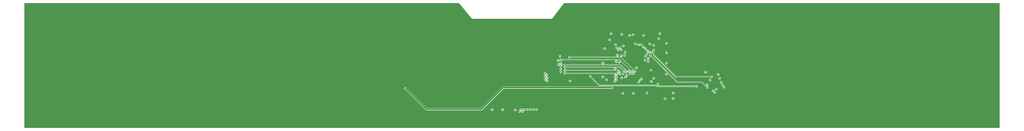
<source format=gbl>
G04*
G04 #@! TF.GenerationSoftware,Altium Limited,Altium Designer,24.5.2 (23)*
G04*
G04 Layer_Physical_Order=4*
G04 Layer_Color=16711680*
%FSLAX25Y25*%
%MOIN*%
G70*
G04*
G04 #@! TF.SameCoordinates,FB40088E-2867-4046-8661-3B861C013F0E*
G04*
G04*
G04 #@! TF.FilePolarity,Positive*
G04*
G01*
G75*
%ADD12C,0.00600*%
%ADD50C,0.02000*%
%ADD51C,0.00800*%
%ADD53C,0.23622*%
%ADD54C,0.01811*%
G36*
X1196048Y803D02*
X-58252D01*
Y162583D01*
X500730D01*
X516934Y142496D01*
X516967Y142468D01*
X516991Y142432D01*
X517087Y142369D01*
X517175Y142295D01*
X517216Y142282D01*
X517252Y142258D01*
X517364Y142236D01*
X517474Y142202D01*
X517517Y142206D01*
X517559Y142197D01*
X619921D01*
X619975Y142208D01*
X620030Y142205D01*
X620128Y142238D01*
X620228Y142258D01*
X620274Y142289D01*
X620327Y142307D01*
X620403Y142375D01*
X620489Y142432D01*
X620520Y142478D01*
X620561Y142515D01*
X635784Y162583D01*
X1196048D01*
Y803D01*
D02*
G37*
%LPC*%
G36*
X759313Y124575D02*
X758687D01*
X758108Y124335D01*
X757665Y123892D01*
X757425Y123313D01*
Y122687D01*
X757665Y122108D01*
X758108Y121665D01*
X758687Y121425D01*
X759313D01*
X759892Y121665D01*
X760335Y122108D01*
X760575Y122687D01*
Y123313D01*
X760335Y123892D01*
X759892Y124335D01*
X759313Y124575D01*
D02*
G37*
G36*
X696542Y124346D02*
X695915D01*
X695336Y124107D01*
X694893Y123664D01*
X694654Y123085D01*
Y122458D01*
X694893Y121880D01*
X695336Y121437D01*
X695915Y121197D01*
X696542D01*
X697120Y121437D01*
X697563Y121880D01*
X697803Y122458D01*
Y123085D01*
X697563Y123664D01*
X697120Y124107D01*
X696542Y124346D01*
D02*
G37*
G36*
X710313Y123575D02*
X709687D01*
X709108Y123335D01*
X708665Y122892D01*
X708425Y122313D01*
Y121687D01*
X708665Y121108D01*
X709108Y120665D01*
X709687Y120425D01*
X710313D01*
X710892Y120665D01*
X711335Y121108D01*
X711575Y121687D01*
Y122313D01*
X711335Y122892D01*
X710892Y123335D01*
X710313Y123575D01*
D02*
G37*
G36*
X724813Y123075D02*
X724187D01*
X723608Y122835D01*
X723165Y122392D01*
X722925Y121813D01*
Y121187D01*
X723165Y120608D01*
X723608Y120165D01*
X724187Y119925D01*
X724813D01*
X725392Y120165D01*
X725835Y120608D01*
X726075Y121187D01*
Y121813D01*
X725835Y122392D01*
X725392Y122835D01*
X724813Y123075D01*
D02*
G37*
G36*
X738313Y122075D02*
X737687D01*
X737108Y121835D01*
X736665Y121392D01*
X736425Y120813D01*
Y120187D01*
X736665Y119608D01*
X737108Y119165D01*
X737687Y118925D01*
X738313D01*
X738892Y119165D01*
X739335Y119608D01*
X739575Y120187D01*
Y120813D01*
X739335Y121392D01*
X738892Y121835D01*
X738313Y122075D01*
D02*
G37*
G36*
X720313D02*
X719687D01*
X719108Y121835D01*
X718665Y121392D01*
X718425Y120813D01*
Y120187D01*
X718665Y119608D01*
X719108Y119165D01*
X719687Y118925D01*
X720313D01*
X720892Y119165D01*
X721335Y119608D01*
X721575Y120187D01*
Y120813D01*
X721335Y121392D01*
X720892Y121835D01*
X720313Y122075D01*
D02*
G37*
G36*
X757813Y118075D02*
X757187D01*
X756608Y117835D01*
X756165Y117392D01*
X755925Y116813D01*
Y116187D01*
X756165Y115608D01*
X756608Y115165D01*
X757187Y114925D01*
X757813D01*
X758392Y115165D01*
X758835Y115608D01*
X759075Y116187D01*
Y116813D01*
X758835Y117392D01*
X758392Y117835D01*
X757813Y118075D01*
D02*
G37*
G36*
X694813Y116575D02*
X694187D01*
X693608Y116335D01*
X693165Y115892D01*
X692925Y115313D01*
Y114687D01*
X693165Y114108D01*
X693608Y113665D01*
X694187Y113425D01*
X694813D01*
X695392Y113665D01*
X695835Y114108D01*
X696075Y114687D01*
Y115313D01*
X695835Y115892D01*
X695392Y116335D01*
X694813Y116575D01*
D02*
G37*
G36*
X735175Y110075D02*
X734548D01*
X733969Y109835D01*
X733526Y109392D01*
X733397Y109080D01*
X732964D01*
X732835Y109392D01*
X732392Y109835D01*
X731813Y110075D01*
X731187D01*
X730608Y109835D01*
X730165Y109392D01*
X729925Y108813D01*
Y108187D01*
X730165Y107608D01*
X730608Y107165D01*
X731187Y106925D01*
X731813D01*
X732392Y107165D01*
X732835Y107608D01*
X732964Y107920D01*
X733397D01*
X733526Y107608D01*
X733969Y107165D01*
X734548Y106925D01*
X735175D01*
X735753Y107165D01*
X736197Y107608D01*
X736436Y108187D01*
Y108813D01*
X736197Y109392D01*
X735753Y109835D01*
X735175Y110075D01*
D02*
G37*
G36*
X767813Y111835D02*
X767187D01*
X766608Y111595D01*
X766165Y111152D01*
X765925Y110573D01*
Y109947D01*
X766165Y109368D01*
X766608Y108925D01*
X767187Y108685D01*
X767813D01*
X768392Y108925D01*
X768835Y109368D01*
X769075Y109947D01*
Y110573D01*
X768835Y111152D01*
X768392Y111595D01*
X767813Y111835D01*
D02*
G37*
G36*
X746406Y111167D02*
X745779D01*
X745200Y110928D01*
X744758Y110485D01*
X744518Y109906D01*
Y109279D01*
X744758Y108701D01*
X745200Y108257D01*
X745779Y108018D01*
X746406D01*
X746985Y108257D01*
X747428Y108701D01*
X747667Y109279D01*
Y109906D01*
X747428Y110485D01*
X746985Y110928D01*
X746406Y111167D01*
D02*
G37*
G36*
X727813Y111075D02*
X727187D01*
X726608Y110835D01*
X726165Y110392D01*
X725925Y109813D01*
Y109187D01*
X726165Y108608D01*
X726608Y108165D01*
X727187Y107925D01*
X727813D01*
X728392Y108165D01*
X728835Y108608D01*
X729075Y109187D01*
Y109813D01*
X728835Y110392D01*
X728392Y110835D01*
X727813Y111075D01*
D02*
G37*
G36*
X702389Y110151D02*
X701762D01*
X701184Y109911D01*
X700741Y109468D01*
X700501Y108889D01*
Y108262D01*
X700741Y107684D01*
X701184Y107241D01*
X701762Y107001D01*
X702389D01*
X702968Y107241D01*
X703411Y107684D01*
X703651Y108262D01*
Y108889D01*
X703411Y109468D01*
X702968Y109911D01*
X702389Y110151D01*
D02*
G37*
G36*
X751313Y109075D02*
X750687D01*
X750108Y108835D01*
X749665Y108392D01*
X749425Y107813D01*
Y107187D01*
X749665Y106608D01*
X750108Y106165D01*
X750687Y105925D01*
X751313D01*
X751892Y106165D01*
X752335Y106608D01*
X752575Y107187D01*
Y107813D01*
X752335Y108392D01*
X751892Y108835D01*
X751313Y109075D01*
D02*
G37*
G36*
X712313Y108575D02*
X711687D01*
X711108Y108335D01*
X710665Y107892D01*
X710425Y107313D01*
Y106687D01*
X710665Y106108D01*
X711108Y105665D01*
X711687Y105425D01*
X712313D01*
X712892Y105665D01*
X713335Y106108D01*
X713575Y106687D01*
Y107313D01*
X713335Y107892D01*
X712892Y108335D01*
X712313Y108575D01*
D02*
G37*
G36*
X707813Y106075D02*
X707187D01*
X706608Y105835D01*
X706165Y105392D01*
X705925Y104813D01*
Y104187D01*
X706038Y103915D01*
X705935Y103759D01*
X705746Y103575D01*
X705254D01*
X705065Y103759D01*
X704962Y103915D01*
X705075Y104187D01*
Y104813D01*
X704835Y105392D01*
X704392Y105835D01*
X703813Y106075D01*
X703187D01*
X702608Y105835D01*
X702165Y105392D01*
X701925Y104813D01*
Y104187D01*
X702165Y103608D01*
X702608Y103165D01*
X703187Y102925D01*
X703746D01*
X703935Y102742D01*
X704038Y102585D01*
X703925Y102313D01*
Y101687D01*
X704165Y101108D01*
X704608Y100665D01*
X705187Y100425D01*
X705813D01*
X706392Y100665D01*
X706835Y101108D01*
X707075Y101687D01*
Y102313D01*
X706962Y102585D01*
X707065Y102742D01*
X707254Y102925D01*
X707746D01*
X707935Y102742D01*
X708038Y102585D01*
X707925Y102313D01*
Y101687D01*
X708165Y101108D01*
X708608Y100665D01*
X709187Y100425D01*
X709813D01*
X710392Y100665D01*
X710835Y101108D01*
X711075Y101687D01*
Y102313D01*
X710835Y102892D01*
X710392Y103335D01*
X709813Y103575D01*
X709254D01*
X709065Y103759D01*
X708962Y103915D01*
X709075Y104187D01*
Y104813D01*
X708835Y105392D01*
X708392Y105835D01*
X707813Y106075D01*
D02*
G37*
G36*
X688313Y105075D02*
X687687D01*
X687108Y104835D01*
X686665Y104392D01*
X686425Y103813D01*
Y103187D01*
X686665Y102608D01*
X687108Y102165D01*
X687687Y101925D01*
X688313D01*
X688892Y102165D01*
X689335Y102608D01*
X689575Y103187D01*
Y103813D01*
X689335Y104392D01*
X688892Y104835D01*
X688313Y105075D01*
D02*
G37*
G36*
X714813Y100575D02*
X714187D01*
X713608Y100335D01*
X713165Y99892D01*
X712925Y99313D01*
Y98687D01*
X713165Y98108D01*
X713608Y97665D01*
X714187Y97425D01*
X714813D01*
X715392Y97665D01*
X715835Y98108D01*
X716075Y98687D01*
Y99313D01*
X715835Y99892D01*
X715392Y100335D01*
X714813Y100575D01*
D02*
G37*
G36*
X737813Y107575D02*
X737187D01*
X736608Y107335D01*
X736165Y106892D01*
X735925Y106313D01*
Y105687D01*
X736165Y105108D01*
X736608Y104665D01*
X737187Y104425D01*
X737813D01*
X738392Y104665D01*
X738665Y104392D01*
X738425Y103813D01*
Y103187D01*
X738665Y102608D01*
X739108Y102165D01*
X739687Y101925D01*
X740313D01*
X740892Y102165D01*
X741165Y101892D01*
X740925Y101313D01*
Y100687D01*
X741165Y100108D01*
X741608Y99665D01*
X742187Y99425D01*
X742813D01*
X743056Y99526D01*
X743071Y99522D01*
X743425Y99246D01*
Y98812D01*
X743665Y98233D01*
X744108Y97790D01*
X744687Y97550D01*
X745313D01*
X745892Y97790D01*
X746248Y98146D01*
X746595Y98129D01*
X746706Y98084D01*
X746834Y97777D01*
X747277Y97334D01*
X747856Y97094D01*
X748482D01*
X749061Y97334D01*
X749504Y97777D01*
X749744Y98356D01*
Y98982D01*
X749504Y99561D01*
X749061Y100004D01*
X748482Y100244D01*
X747856D01*
X747277Y100004D01*
X746921Y99648D01*
X746573Y99665D01*
X746462Y99710D01*
X746335Y100017D01*
X745892Y100460D01*
X745313Y100700D01*
X744687D01*
X744444Y100600D01*
X744429Y100603D01*
X744075Y100880D01*
Y101313D01*
X743835Y101892D01*
X743392Y102335D01*
X742813Y102575D01*
X742187D01*
X741608Y102335D01*
X741335Y102608D01*
X741575Y103187D01*
Y103813D01*
X741335Y104392D01*
X740892Y104835D01*
X740313Y105075D01*
X739687D01*
X739108Y104835D01*
X738835Y105108D01*
X739075Y105687D01*
Y106313D01*
X738835Y106892D01*
X738392Y107335D01*
X737813Y107575D01*
D02*
G37*
G36*
X767823Y99683D02*
X767197D01*
X766618Y99444D01*
X766175Y99001D01*
X765935Y98422D01*
Y97795D01*
X766175Y97217D01*
X766618Y96774D01*
X767197Y96534D01*
X767823D01*
X768402Y96774D01*
X768845Y97217D01*
X769085Y97795D01*
Y98422D01*
X768845Y99001D01*
X768402Y99444D01*
X767823Y99683D01*
D02*
G37*
G36*
X742813Y98075D02*
X742187D01*
X741608Y97835D01*
X741165Y97392D01*
X740925Y96813D01*
Y96187D01*
X741165Y95608D01*
X741608Y95165D01*
X742187Y94925D01*
X742813D01*
X743392Y95165D01*
X743835Y95608D01*
X744075Y96187D01*
Y96813D01*
X743835Y97392D01*
X743392Y97835D01*
X742813Y98075D01*
D02*
G37*
G36*
X713813Y96325D02*
X713187D01*
X712608Y96086D01*
X712165Y95642D01*
X711925Y95064D01*
Y94437D01*
X712165Y93858D01*
X712608Y93415D01*
X713187Y93176D01*
X713813D01*
X714392Y93415D01*
X714835Y93858D01*
X715075Y94437D01*
Y95064D01*
X714835Y95642D01*
X714392Y96086D01*
X713813Y96325D01*
D02*
G37*
G36*
X704765Y96401D02*
X704138D01*
X703559Y96161D01*
X703116Y95718D01*
X702877Y95139D01*
Y94513D01*
X703116Y93934D01*
X703559Y93491D01*
X703662Y93449D01*
X703582Y93049D01*
X644301D01*
X644227Y93227D01*
X643784Y93670D01*
X643205Y93910D01*
X642579D01*
X642000Y93670D01*
X641557Y93227D01*
X641317Y92648D01*
Y92022D01*
X641557Y91443D01*
X642000Y91000D01*
X642579Y90760D01*
X643205D01*
X643784Y91000D01*
X644227Y91443D01*
X644301Y91621D01*
X709369D01*
X724286Y76704D01*
Y75463D01*
X723917Y75310D01*
X723892Y75335D01*
X723313Y75575D01*
X722687D01*
X722108Y75335D01*
X722083Y75310D01*
X721714Y75463D01*
Y75500D01*
X721659Y75773D01*
X721505Y76005D01*
X708005Y89505D01*
X707773Y89659D01*
X707500Y89714D01*
X633409D01*
X633335Y89892D01*
X632892Y90335D01*
X632313Y90575D01*
X631687D01*
X631108Y90335D01*
X630665Y89892D01*
X630425Y89313D01*
Y88687D01*
X630665Y88108D01*
X631108Y87665D01*
X631687Y87425D01*
X632313D01*
X632892Y87665D01*
X633335Y88108D01*
X633409Y88286D01*
X701743D01*
X701909Y87886D01*
X701665Y87642D01*
X701425Y87064D01*
Y86437D01*
X701665Y85858D01*
X702108Y85415D01*
X702687Y85176D01*
X703313D01*
X703892Y85415D01*
X704335Y85858D01*
X704575Y86437D01*
Y87064D01*
X704335Y87642D01*
X704091Y87886D01*
X704257Y88286D01*
X707204D01*
X707603Y87888D01*
X707376Y87549D01*
X707313Y87575D01*
X706687D01*
X706108Y87335D01*
X705665Y86892D01*
X705425Y86313D01*
Y85687D01*
X705665Y85108D01*
X706108Y84665D01*
X706687Y84425D01*
X707313D01*
X707892Y84665D01*
X708335Y85108D01*
X708575Y85687D01*
Y86313D01*
X708549Y86376D01*
X708888Y86603D01*
X719603Y75888D01*
X719376Y75549D01*
X719313Y75575D01*
X718687D01*
X718108Y75335D01*
X717665Y74892D01*
X717603Y74743D01*
X717187Y74784D01*
X717159Y74924D01*
X717005Y75156D01*
X709156Y83005D01*
X708924Y83159D01*
X708651Y83214D01*
X686773D01*
X686636Y83614D01*
X686982Y83960D01*
X687222Y84539D01*
Y85165D01*
X686982Y85744D01*
X686539Y86187D01*
X685960Y86427D01*
X685334D01*
X684755Y86187D01*
X684312Y85744D01*
X684072Y85165D01*
Y84539D01*
X684312Y83960D01*
X684658Y83614D01*
X684521Y83214D01*
X634296D01*
X633880Y83630D01*
X633648Y83785D01*
X633375Y83839D01*
X633089D01*
X632889Y84239D01*
X633075Y84687D01*
Y85313D01*
X632835Y85892D01*
X632392Y86335D01*
X631813Y86575D01*
X631187D01*
X630608Y86335D01*
X630165Y85892D01*
X629925Y85313D01*
Y84687D01*
X629967Y84586D01*
X629719Y84140D01*
X629605Y84122D01*
X629392Y84335D01*
X628813Y84575D01*
X628187D01*
X627608Y84335D01*
X627165Y83892D01*
X626925Y83313D01*
Y82687D01*
X627165Y82108D01*
X627608Y81665D01*
X628187Y81425D01*
X628813D01*
X629392Y81665D01*
X629635Y81908D01*
X629974Y81681D01*
X629925Y81564D01*
Y80937D01*
X630165Y80358D01*
X630608Y79915D01*
X631187Y79676D01*
X631813D01*
X632392Y79915D01*
X632835Y80358D01*
X633075Y80937D01*
Y81564D01*
X633030Y81673D01*
X633252Y82172D01*
X633301Y82190D01*
X633495Y81995D01*
X633727Y81841D01*
X634000Y81786D01*
X708356D01*
X714198Y75944D01*
X714056Y75521D01*
X713608Y75335D01*
X713165Y74892D01*
X713095Y74722D01*
X712678Y74763D01*
X712659Y74859D01*
X712505Y75090D01*
X707590Y80005D01*
X707359Y80159D01*
X707086Y80214D01*
X638409D01*
X638335Y80392D01*
X637892Y80835D01*
X637313Y81075D01*
X636687D01*
X636108Y80835D01*
X635665Y80392D01*
X635425Y79813D01*
Y79187D01*
X635665Y78608D01*
X636108Y78165D01*
X636687Y77925D01*
X637313D01*
X637892Y78165D01*
X638335Y78608D01*
X638409Y78786D01*
X700118D01*
X700284Y78386D01*
X700165Y78268D01*
X699925Y77689D01*
Y77062D01*
X700122Y76587D01*
X699938Y76187D01*
X638409D01*
X638335Y76366D01*
X637892Y76809D01*
X637313Y77049D01*
X636687D01*
X636108Y76809D01*
X635665Y76366D01*
X635425Y75787D01*
Y75160D01*
X635665Y74582D01*
X636108Y74139D01*
X636687Y73899D01*
X637313D01*
X637892Y74139D01*
X638335Y74582D01*
X638409Y74760D01*
X704753D01*
X704833Y74360D01*
X704773Y74335D01*
X704329Y73892D01*
X704090Y73313D01*
Y72687D01*
X704154Y72533D01*
X703931Y72200D01*
X703701D01*
X703283Y72027D01*
X703085Y72159D01*
X702811Y72214D01*
X638409D01*
X638335Y72392D01*
X637892Y72835D01*
X637313Y73075D01*
X636687D01*
X636108Y72835D01*
X635665Y72392D01*
X635425Y71813D01*
Y71187D01*
X635665Y70608D01*
X636108Y70165D01*
X636687Y69925D01*
X637313D01*
X637892Y70165D01*
X638335Y70608D01*
X638409Y70786D01*
X700987D01*
X701067Y70386D01*
X700616Y70200D01*
X700173Y69757D01*
X699933Y69178D01*
Y68551D01*
X700173Y67972D01*
X700616Y67529D01*
X701195Y67290D01*
X701421D01*
X701515Y67258D01*
X701619Y66802D01*
X701508Y66690D01*
X701185D01*
X700606Y66450D01*
X700163Y66007D01*
X699924Y65428D01*
Y64802D01*
X700163Y64223D01*
X700606Y63780D01*
X701185Y63540D01*
X701256D01*
X701507Y63184D01*
X701392Y62940D01*
X700935D01*
X700356Y62700D01*
X699913Y62257D01*
X699674Y61679D01*
Y61052D01*
X699913Y60473D01*
X700356Y60030D01*
X700935Y59791D01*
X701561D01*
X702140Y60030D01*
X702583Y60473D01*
X702780Y60949D01*
X702955Y61310D01*
X703581D01*
X704160Y61550D01*
X704603Y61993D01*
X704843Y62572D01*
Y63198D01*
X704603Y63777D01*
X704160Y64220D01*
X703581Y64460D01*
X703364D01*
X703073Y64802D01*
X703073Y64829D01*
Y65278D01*
X703679D01*
X704257Y65518D01*
X704700Y65961D01*
X704940Y66540D01*
Y67166D01*
X704700Y67745D01*
X704257Y68188D01*
X703679Y68428D01*
X703452D01*
X703185Y68517D01*
X703164Y68927D01*
X703483Y69141D01*
X703701Y69050D01*
X704327D01*
X704906Y69290D01*
X705349Y69733D01*
X705589Y70312D01*
Y70938D01*
X705525Y71093D01*
X705747Y71425D01*
X705978D01*
X706360Y71584D01*
X706667Y71278D01*
X706550Y70997D01*
Y70370D01*
X706790Y69792D01*
X707233Y69349D01*
X707812Y69109D01*
X708438D01*
X709017Y69349D01*
X709460Y69792D01*
X709700Y70370D01*
Y70997D01*
X709460Y71576D01*
X709017Y72019D01*
X708716Y72143D01*
Y73541D01*
X708662Y73814D01*
X708507Y74045D01*
X706574Y75978D01*
X706343Y76133D01*
X706070Y76187D01*
X703062D01*
X702878Y76587D01*
X703075Y77062D01*
Y77689D01*
X702835Y78268D01*
X702716Y78386D01*
X702882Y78786D01*
X706790D01*
X711286Y74290D01*
Y72461D01*
X710983Y72335D01*
X710540Y71892D01*
X710300Y71313D01*
Y70687D01*
X710540Y70108D01*
X710983Y69665D01*
X711561Y69425D01*
X712188D01*
X712767Y69665D01*
X713210Y70108D01*
X713450Y70687D01*
Y71313D01*
X713210Y71892D01*
X712767Y72335D01*
X712714Y72357D01*
Y73152D01*
X713114Y73232D01*
X713165Y73108D01*
X713608Y72665D01*
X714187Y72425D01*
X714813D01*
X715392Y72665D01*
X715417Y72690D01*
X715786Y72537D01*
Y70409D01*
X715608Y70335D01*
X715165Y69892D01*
X714925Y69313D01*
Y68687D01*
X715013Y68475D01*
X714746Y68075D01*
X714436D01*
X713858Y67835D01*
X713414Y67392D01*
X713175Y66813D01*
Y66187D01*
X713414Y65608D01*
X713858Y65165D01*
X714436Y64925D01*
X715063D01*
X715642Y65165D01*
X716085Y65608D01*
X716324Y66187D01*
Y66813D01*
X716237Y67025D01*
X716504Y67425D01*
X716813D01*
X717392Y67665D01*
X717835Y68108D01*
X718075Y68687D01*
Y69313D01*
X717835Y69892D01*
X717392Y70335D01*
X717214Y70409D01*
Y73152D01*
X717614Y73232D01*
X717665Y73108D01*
X718108Y72665D01*
X718687Y72425D01*
X719313D01*
X719568Y72531D01*
X719992Y72273D01*
X719997Y72224D01*
X719665Y71892D01*
X719425Y71313D01*
Y70687D01*
X719665Y70108D01*
X720108Y69665D01*
X720687Y69425D01*
X721313D01*
X721892Y69665D01*
X722335Y70108D01*
X722575Y70687D01*
Y71313D01*
X722335Y71892D01*
X722004Y72224D01*
X722008Y72273D01*
X722432Y72531D01*
X722687Y72425D01*
X723313D01*
X723568Y72531D01*
X723992Y72273D01*
X723996Y72224D01*
X723665Y71892D01*
X723425Y71313D01*
Y70687D01*
X723665Y70108D01*
X724108Y69665D01*
X724687Y69425D01*
X725313D01*
X725892Y69665D01*
X726335Y70108D01*
X726575Y70687D01*
Y71313D01*
X726335Y71892D01*
X726004Y72224D01*
X726008Y72273D01*
X726432Y72531D01*
X726687Y72425D01*
X727313D01*
X727892Y72665D01*
X728335Y73108D01*
X728575Y73687D01*
Y74313D01*
X728335Y74892D01*
X727892Y75335D01*
X727313Y75575D01*
X726687D01*
X726108Y75335D01*
X726083Y75310D01*
X725714Y75463D01*
Y77000D01*
X725659Y77273D01*
X725505Y77505D01*
X710221Y92789D01*
X710219Y93019D01*
X710281Y93247D01*
X710386Y93290D01*
X710829Y93733D01*
X711069Y94312D01*
Y94938D01*
X710829Y95517D01*
X710386Y95960D01*
X709807Y96200D01*
X709181D01*
X708602Y95960D01*
X708159Y95517D01*
X707919Y94938D01*
Y94312D01*
X708159Y93733D01*
X708443Y93449D01*
X708278Y93049D01*
X705321D01*
X705241Y93449D01*
X705343Y93491D01*
X705786Y93934D01*
X706026Y94513D01*
Y95139D01*
X705786Y95718D01*
X705343Y96161D01*
X704765Y96401D01*
D02*
G37*
G36*
X630813Y95575D02*
X630187D01*
X629608Y95335D01*
X629165Y94892D01*
X628925Y94313D01*
Y93687D01*
X629165Y93108D01*
X629608Y92665D01*
X630187Y92425D01*
X630813D01*
X631392Y92665D01*
X631835Y93108D01*
X632075Y93687D01*
Y94313D01*
X631835Y94892D01*
X631392Y95335D01*
X630813Y95575D01*
D02*
G37*
G36*
X740813Y95075D02*
X740187D01*
X739608Y94835D01*
X739165Y94392D01*
X738925Y93813D01*
Y93187D01*
X739165Y92608D01*
X739608Y92165D01*
X740187Y91925D01*
X740813D01*
X741392Y92165D01*
X741835Y92608D01*
X742075Y93187D01*
Y93813D01*
X741835Y94392D01*
X741392Y94835D01*
X740813Y95075D01*
D02*
G37*
G36*
X744313Y92324D02*
X743687D01*
X743108Y92085D01*
X742665Y91642D01*
X742425Y91063D01*
Y90436D01*
X742665Y89858D01*
X743108Y89415D01*
X743687Y89175D01*
X744313D01*
X744892Y89415D01*
X745335Y89858D01*
X745575Y90436D01*
Y91063D01*
X745335Y91642D01*
X744892Y92085D01*
X744313Y92324D01*
D02*
G37*
G36*
X740239Y90262D02*
X739612D01*
X739033Y90022D01*
X738590Y89579D01*
X738350Y89000D01*
Y88374D01*
X738590Y87795D01*
X739033Y87352D01*
X739612Y87112D01*
X740239D01*
X740817Y87352D01*
X741260Y87795D01*
X741500Y88374D01*
Y89000D01*
X741260Y89579D01*
X740817Y90022D01*
X740239Y90262D01*
D02*
G37*
G36*
X628747Y89633D02*
X628121D01*
X627542Y89393D01*
X627099Y88950D01*
X626859Y88371D01*
Y87745D01*
X627099Y87166D01*
X627542Y86723D01*
X628121Y86483D01*
X628747D01*
X629326Y86723D01*
X629769Y87166D01*
X630009Y87745D01*
Y88371D01*
X629769Y88950D01*
X629326Y89393D01*
X628747Y89633D01*
D02*
G37*
G36*
X744313Y88575D02*
X743687D01*
X743108Y88335D01*
X742665Y87892D01*
X742425Y87313D01*
Y86687D01*
X742665Y86108D01*
X743108Y85665D01*
X743687Y85425D01*
X744313D01*
X744892Y85665D01*
X745335Y86108D01*
X745575Y86687D01*
Y87313D01*
X745335Y87892D01*
X744892Y88335D01*
X744313Y88575D01*
D02*
G37*
G36*
X767823Y86184D02*
X767197D01*
X766618Y85944D01*
X766175Y85501D01*
X765935Y84922D01*
Y84295D01*
X766175Y83717D01*
X766618Y83274D01*
X767197Y83034D01*
X767823D01*
X768402Y83274D01*
X768845Y83717D01*
X769085Y84295D01*
Y84922D01*
X768845Y85501D01*
X768402Y85944D01*
X767823Y86184D01*
D02*
G37*
G36*
X729313Y80075D02*
X728687D01*
X728108Y79835D01*
X727665Y79392D01*
X727425Y78813D01*
Y78187D01*
X727665Y77608D01*
X728108Y77165D01*
X728687Y76925D01*
X729313D01*
X729892Y77165D01*
X730335Y77608D01*
X730575Y78187D01*
Y78813D01*
X730335Y79392D01*
X729892Y79835D01*
X729313Y80075D01*
D02*
G37*
G36*
X631807Y78923D02*
X631180D01*
X630602Y78684D01*
X630159Y78241D01*
X629919Y77662D01*
Y77035D01*
X630159Y76456D01*
X630602Y76013D01*
X631180Y75774D01*
X631807D01*
X632386Y76013D01*
X632829Y76456D01*
X633069Y77035D01*
Y77662D01*
X632829Y78241D01*
X632386Y78684D01*
X631807Y78923D01*
D02*
G37*
G36*
X747813Y77075D02*
X747187D01*
X746608Y76835D01*
X746165Y76392D01*
X745925Y75813D01*
Y75187D01*
X746165Y74608D01*
X746608Y74165D01*
X747187Y73925D01*
X747813D01*
X748392Y74165D01*
X748835Y74608D01*
X749075Y75187D01*
Y75813D01*
X748835Y76392D01*
X748392Y76835D01*
X747813Y77075D01*
D02*
G37*
G36*
X631813Y74950D02*
X631187D01*
X630608Y74710D01*
X630165Y74267D01*
X629925Y73688D01*
Y73062D01*
X630165Y72483D01*
X630608Y72040D01*
X631187Y71800D01*
X631813D01*
X632392Y72040D01*
X632835Y72483D01*
X633075Y73062D01*
Y73688D01*
X632835Y74267D01*
X632392Y74710D01*
X631813Y74950D01*
D02*
G37*
G36*
X818313Y74575D02*
X817687D01*
X817108Y74335D01*
X816665Y73892D01*
X816425Y73313D01*
Y72687D01*
X816665Y72108D01*
X817108Y71665D01*
X817687Y71425D01*
X818313D01*
X818892Y71665D01*
X819335Y72108D01*
X819575Y72687D01*
Y73313D01*
X819335Y73892D01*
X818892Y74335D01*
X818313Y74575D01*
D02*
G37*
G36*
X767721Y71742D02*
X767095D01*
X766516Y71503D01*
X766073Y71060D01*
X765833Y70481D01*
Y69854D01*
X766073Y69276D01*
X766516Y68833D01*
X767095Y68593D01*
X767721D01*
X768300Y68833D01*
X768743Y69276D01*
X768983Y69854D01*
Y70481D01*
X768743Y71060D01*
X768300Y71503D01*
X767721Y71742D01*
D02*
G37*
G36*
X834313Y71575D02*
X833687D01*
X833108Y71335D01*
X832665Y70892D01*
X832425Y70313D01*
Y69687D01*
X832665Y69108D01*
X833108Y68665D01*
X833687Y68425D01*
X834313D01*
X834892Y68665D01*
X835335Y69108D01*
X835575Y69687D01*
Y70313D01*
X835335Y70892D01*
X834892Y71335D01*
X834313Y71575D01*
D02*
G37*
G36*
X751300Y103200D02*
X750673D01*
X750095Y102960D01*
X749652Y102517D01*
X749412Y101938D01*
Y101312D01*
X749652Y100733D01*
X750095Y100290D01*
X750273Y100216D01*
Y96013D01*
X750327Y95740D01*
X750482Y95509D01*
X779495Y66495D01*
X779727Y66341D01*
X780000Y66286D01*
X824091D01*
X824165Y66108D01*
X824608Y65665D01*
X825187Y65425D01*
X825813D01*
X826392Y65665D01*
X826835Y66108D01*
X827075Y66687D01*
Y67313D01*
X826835Y67892D01*
X826392Y68335D01*
X825813Y68575D01*
X825187D01*
X824608Y68335D01*
X824165Y67892D01*
X824091Y67714D01*
X780296D01*
X751700Y96309D01*
Y100216D01*
X751879Y100290D01*
X752322Y100733D01*
X752562Y101312D01*
Y101938D01*
X752322Y102517D01*
X751879Y102960D01*
X751300Y103200D01*
D02*
G37*
G36*
X685960Y68427D02*
X685334D01*
X684755Y68187D01*
X684312Y67744D01*
X684072Y67165D01*
Y66539D01*
X684312Y65960D01*
X684755Y65517D01*
X685334Y65277D01*
X685960D01*
X686539Y65517D01*
X686982Y65960D01*
X687222Y66539D01*
Y67165D01*
X686982Y67744D01*
X686539Y68187D01*
X685960Y68427D01*
D02*
G37*
G36*
X611813Y72825D02*
X611187D01*
X610608Y72585D01*
X610165Y72142D01*
X609925Y71564D01*
Y70937D01*
X610165Y70358D01*
X610608Y69915D01*
X611187Y69676D01*
X611502D01*
X611851Y69320D01*
X611824Y69082D01*
X611813Y69075D01*
X611187D01*
X610608Y68835D01*
X610165Y68392D01*
X609925Y67813D01*
Y67187D01*
X610165Y66608D01*
X610608Y66165D01*
X611187Y65925D01*
X611813D01*
X612123Y66053D01*
X612429Y65747D01*
X612425Y65738D01*
Y65254D01*
X612138Y65005D01*
X612056Y64974D01*
X611813Y65075D01*
X611187D01*
X610608Y64835D01*
X610165Y64392D01*
X609925Y63813D01*
Y63187D01*
X610165Y62608D01*
X610608Y62165D01*
X611187Y61925D01*
X611813D01*
X612085Y62038D01*
X612241Y61935D01*
X612425Y61746D01*
Y61187D01*
X612665Y60608D01*
X613108Y60165D01*
X613687Y59925D01*
X614313D01*
X614892Y60165D01*
X615335Y60608D01*
X615575Y61187D01*
Y61813D01*
X615335Y62392D01*
X614892Y62835D01*
X614313Y63075D01*
X613687D01*
X613415Y62962D01*
X613259Y63065D01*
X613075Y63254D01*
Y63670D01*
X613362Y63920D01*
X613444Y63950D01*
X613687Y63850D01*
X614313D01*
X614892Y64090D01*
X615335Y64533D01*
X615575Y65112D01*
Y65738D01*
X615335Y66317D01*
X614892Y66760D01*
X614313Y67000D01*
X613687D01*
X613551Y66943D01*
X613207Y67224D01*
X613230Y67512D01*
X613361Y67599D01*
X613988D01*
X614566Y67839D01*
X615009Y68282D01*
X615249Y68861D01*
Y69488D01*
X615009Y70066D01*
X614566Y70509D01*
X613988Y70749D01*
X613430D01*
X613297Y70819D01*
X613075Y71064D01*
Y71564D01*
X612835Y72142D01*
X612392Y72585D01*
X611813Y72825D01*
D02*
G37*
G36*
X710313Y67075D02*
X709687D01*
X709108Y66835D01*
X708665Y66392D01*
X708425Y65813D01*
Y65187D01*
X708665Y64608D01*
X709108Y64165D01*
X709687Y63925D01*
X710313D01*
X710892Y64165D01*
X711335Y64608D01*
X711575Y65187D01*
Y65813D01*
X711335Y66392D01*
X710892Y66835D01*
X710313Y67075D01*
D02*
G37*
G36*
X836188Y66575D02*
X835561D01*
X834983Y66335D01*
X834540Y65892D01*
X834300Y65313D01*
Y64687D01*
X834540Y64108D01*
X834983Y63665D01*
X835561Y63425D01*
X836188D01*
X836767Y63665D01*
X837210Y64108D01*
X837450Y64687D01*
Y65313D01*
X837210Y65892D01*
X836767Y66335D01*
X836188Y66575D01*
D02*
G37*
G36*
X751313D02*
X750687D01*
X750108Y66335D01*
X749665Y65892D01*
X749425Y65313D01*
Y64687D01*
X749665Y64108D01*
X750108Y63665D01*
X750687Y63425D01*
X751313D01*
X751892Y63665D01*
X752335Y64108D01*
X752575Y64687D01*
Y65313D01*
X752335Y65892D01*
X751892Y66335D01*
X751313Y66575D01*
D02*
G37*
G36*
X690813Y64815D02*
X690187D01*
X689608Y64575D01*
X689165Y64132D01*
X688925Y63553D01*
Y62927D01*
X689165Y62348D01*
X689608Y61905D01*
X690187Y61665D01*
X690813D01*
X691392Y61905D01*
X691835Y62348D01*
X692075Y62927D01*
Y63553D01*
X691835Y64132D01*
X691392Y64575D01*
X690813Y64815D01*
D02*
G37*
G36*
X735813Y66075D02*
X735187D01*
X734608Y65835D01*
X734165Y65392D01*
X733925Y64813D01*
Y64187D01*
X733895Y64141D01*
X733448D01*
X732869Y63902D01*
X732426Y63459D01*
X732186Y62880D01*
Y62253D01*
X732386Y61770D01*
X732172Y61487D01*
X732120Y61448D01*
X731813Y61575D01*
X731187D01*
X730608Y61335D01*
X730165Y60892D01*
X729925Y60313D01*
Y59687D01*
X730165Y59108D01*
X730608Y58665D01*
X731187Y58425D01*
X731813D01*
X732392Y58665D01*
X732835Y59108D01*
X733075Y59687D01*
Y60313D01*
X732875Y60796D01*
X733089Y61080D01*
X733141Y61119D01*
X733448Y60992D01*
X734074D01*
X734653Y61232D01*
X735096Y61675D01*
X735336Y62253D01*
Y62880D01*
X735366Y62925D01*
X735813D01*
X736392Y63165D01*
X736835Y63608D01*
X737075Y64187D01*
Y64813D01*
X736835Y65392D01*
X736392Y65835D01*
X735813Y66075D01*
D02*
G37*
G36*
X823813Y64075D02*
X823187D01*
X822608Y63835D01*
X822165Y63392D01*
X821925Y62813D01*
Y62187D01*
X822165Y61608D01*
X822608Y61165D01*
X823187Y60925D01*
X823813D01*
X824392Y61165D01*
X824835Y61608D01*
X825075Y62187D01*
Y62813D01*
X824835Y63392D01*
X824392Y63835D01*
X823813Y64075D01*
D02*
G37*
G36*
X643813Y63075D02*
X643187D01*
X642608Y62835D01*
X642165Y62392D01*
X641925Y61813D01*
Y61187D01*
X642165Y60608D01*
X642608Y60165D01*
X643187Y59925D01*
X643813D01*
X644392Y60165D01*
X644835Y60608D01*
X645075Y61187D01*
Y61813D01*
X644835Y62392D01*
X644392Y62835D01*
X643813Y63075D01*
D02*
G37*
G36*
X748313Y62575D02*
X747687D01*
X747108Y62335D01*
X746665Y61892D01*
X746425Y61313D01*
Y60687D01*
X746665Y60108D01*
X747108Y59665D01*
X747687Y59425D01*
X748313D01*
X748892Y59665D01*
X749335Y60108D01*
X749575Y60687D01*
Y61313D01*
X749335Y61892D01*
X748892Y62335D01*
X748313Y62575D01*
D02*
G37*
G36*
X838063Y61575D02*
X837436D01*
X836858Y61335D01*
X836415Y60892D01*
X836175Y60313D01*
Y59687D01*
X836415Y59108D01*
X836858Y58665D01*
X837436Y58425D01*
X838063D01*
X838642Y58665D01*
X839085Y59108D01*
X839324Y59687D01*
Y60313D01*
X839085Y60892D01*
X838642Y61335D01*
X838063Y61575D01*
D02*
G37*
G36*
X756813Y59075D02*
X756187D01*
X755608Y58835D01*
X755165Y58392D01*
X754925Y57813D01*
Y57187D01*
X755165Y56608D01*
X755608Y56165D01*
X756187Y55925D01*
X756813D01*
X757392Y56165D01*
X757835Y56608D01*
X758075Y57187D01*
Y57813D01*
X757835Y58392D01*
X757392Y58835D01*
X756813Y59075D01*
D02*
G37*
G36*
X697313Y54575D02*
X696687D01*
X696331Y54427D01*
X557500D01*
X557500Y54427D01*
X556954Y54319D01*
X556491Y54009D01*
X528964Y26482D01*
X528831Y26427D01*
X459591D01*
X433482Y52536D01*
X433335Y52892D01*
X432892Y53335D01*
X432313Y53575D01*
X431687D01*
X431108Y53335D01*
X430665Y52892D01*
X430425Y52313D01*
Y51687D01*
X430665Y51108D01*
X431108Y50665D01*
X431464Y50518D01*
X457991Y23991D01*
X457991Y23991D01*
X458454Y23681D01*
X459000Y23573D01*
X459000Y23573D01*
X528831D01*
X529187Y23425D01*
X529813D01*
X530392Y23665D01*
X530835Y24108D01*
X530982Y24464D01*
X558091Y51573D01*
X696331D01*
X696687Y51425D01*
X697313D01*
X697892Y51665D01*
X698335Y52108D01*
X698575Y52687D01*
Y53313D01*
X698335Y53892D01*
X697892Y54335D01*
X697313Y54575D01*
D02*
G37*
G36*
X669813Y69075D02*
X669187D01*
X668608Y68835D01*
X668165Y68392D01*
X667925Y67813D01*
Y67187D01*
X668165Y66608D01*
X668608Y66165D01*
X669187Y65925D01*
X669813D01*
X669890Y65957D01*
X680423Y55423D01*
X680423Y55423D01*
X680688Y55246D01*
X681000Y55184D01*
X681000Y55184D01*
X753662D01*
X754923Y53923D01*
X755188Y53746D01*
X755500Y53684D01*
X755500Y53684D01*
X804633D01*
X804665Y53608D01*
X805108Y53165D01*
X805687Y52925D01*
X806313D01*
X806892Y53165D01*
X807335Y53608D01*
X807575Y54187D01*
Y54813D01*
X807335Y55392D01*
X806892Y55835D01*
X806313Y56075D01*
X805687D01*
X805108Y55835D01*
X804665Y55392D01*
X804633Y55316D01*
X755838D01*
X754577Y56577D01*
X754312Y56754D01*
X754000Y56816D01*
X754000Y56816D01*
X681338D01*
X671043Y67110D01*
X671075Y67187D01*
Y67813D01*
X670835Y68392D01*
X670392Y68835D01*
X669813Y69075D01*
D02*
G37*
G36*
X839938Y58075D02*
X839311D01*
X838732Y57835D01*
X838289Y57392D01*
X838050Y56813D01*
Y56187D01*
X838289Y55608D01*
X838732Y55165D01*
X839311Y54925D01*
X839938D01*
X840270Y55063D01*
X840497Y54724D01*
X840165Y54392D01*
X839925Y53813D01*
Y53187D01*
X840165Y52608D01*
X840608Y52165D01*
X841187Y51925D01*
X841813D01*
X842392Y52165D01*
X842835Y52608D01*
X843075Y53187D01*
Y53813D01*
X842835Y54392D01*
X842392Y54835D01*
X841813Y55075D01*
X841187D01*
X840854Y54937D01*
X840628Y55276D01*
X840959Y55608D01*
X841199Y56187D01*
Y56813D01*
X840959Y57392D01*
X840516Y57835D01*
X839938Y58075D01*
D02*
G37*
G36*
X747300Y96062D02*
X746674D01*
X746095Y95822D01*
X745652Y95379D01*
X745412Y94800D01*
Y94174D01*
X745652Y93595D01*
X746095Y93152D01*
X746674Y92912D01*
X747300D01*
X747597Y93035D01*
X781137Y59495D01*
X781368Y59341D01*
X781641Y59286D01*
X813180D01*
X818662Y53804D01*
X818588Y53626D01*
Y52999D01*
X818828Y52421D01*
X819271Y51977D01*
X819850Y51738D01*
X820476D01*
X821055Y51977D01*
X821498Y52421D01*
X821738Y52999D01*
Y53626D01*
X821498Y54205D01*
X821055Y54648D01*
X820476Y54887D01*
X820225D01*
X820188Y55272D01*
X820767Y55512D01*
X821210Y55955D01*
X821450Y56534D01*
Y57160D01*
X821210Y57739D01*
X820767Y58182D01*
X820188Y58422D01*
X819561D01*
X818983Y58182D01*
X818540Y57739D01*
X818300Y57160D01*
Y56751D01*
X817900Y56585D01*
X813980Y60505D01*
X813749Y60659D01*
X813476Y60714D01*
X781937D01*
X748537Y94114D01*
X748562Y94174D01*
Y94800D01*
X748322Y95379D01*
X747879Y95822D01*
X747300Y96062D01*
D02*
G37*
G36*
X831813Y52575D02*
X831187D01*
X830608Y52335D01*
X830165Y51892D01*
X829925Y51313D01*
Y50687D01*
X830165Y50108D01*
X830608Y49665D01*
X831187Y49425D01*
X831813D01*
X832392Y49665D01*
X832835Y50108D01*
X833075Y50687D01*
Y51313D01*
X832835Y51892D01*
X832392Y52335D01*
X831813Y52575D01*
D02*
G37*
G36*
X827813Y50575D02*
X827187D01*
X826608Y50335D01*
X826165Y49892D01*
X825925Y49313D01*
Y48687D01*
X826165Y48108D01*
X826608Y47665D01*
X827187Y47425D01*
X827556D01*
X827839Y47339D01*
X827925Y47056D01*
Y46687D01*
X828165Y46108D01*
X828608Y45665D01*
X829187Y45425D01*
X829813D01*
X830392Y45665D01*
X830835Y46108D01*
X831075Y46687D01*
Y47313D01*
X830835Y47892D01*
X830392Y48335D01*
X829813Y48575D01*
X829444D01*
X829161Y48661D01*
X829075Y48944D01*
Y49313D01*
X828835Y49892D01*
X828392Y50335D01*
X827813Y50575D01*
D02*
G37*
G36*
X776313Y47575D02*
X775687D01*
X775108Y47335D01*
X774665Y46892D01*
X774425Y46313D01*
Y45687D01*
X774665Y45108D01*
X775108Y44665D01*
X775687Y44425D01*
X776313D01*
X776892Y44665D01*
X777335Y45108D01*
X777575Y45687D01*
Y46313D01*
X777335Y46892D01*
X776892Y47335D01*
X776313Y47575D01*
D02*
G37*
G36*
X742813D02*
X742187D01*
X741608Y47335D01*
X741165Y46892D01*
X740925Y46313D01*
Y45687D01*
X741165Y45108D01*
X741608Y44665D01*
X742187Y44425D01*
X742813D01*
X743392Y44665D01*
X743835Y45108D01*
X744075Y45687D01*
Y46313D01*
X743835Y46892D01*
X743392Y47335D01*
X742813Y47575D01*
D02*
G37*
G36*
X725313Y47075D02*
X724687D01*
X724108Y46835D01*
X723665Y46392D01*
X723425Y45813D01*
Y45187D01*
X723665Y44608D01*
X724108Y44165D01*
X724687Y43925D01*
X725313D01*
X725892Y44165D01*
X726335Y44608D01*
X726575Y45187D01*
Y45813D01*
X726335Y46392D01*
X725892Y46835D01*
X725313Y47075D01*
D02*
G37*
G36*
X711813D02*
X711187D01*
X710608Y46835D01*
X710165Y46392D01*
X709925Y45813D01*
Y45187D01*
X710165Y44608D01*
X710608Y44165D01*
X711187Y43925D01*
X711813D01*
X712392Y44165D01*
X712835Y44608D01*
X713075Y45187D01*
Y45813D01*
X712835Y46392D01*
X712392Y46835D01*
X711813Y47075D01*
D02*
G37*
G36*
X776313Y40575D02*
X775687D01*
X775108Y40335D01*
X774665Y39892D01*
X774425Y39313D01*
Y38687D01*
X774665Y38108D01*
X775108Y37665D01*
X775687Y37425D01*
X776313D01*
X776892Y37665D01*
X777335Y38108D01*
X777575Y38687D01*
Y39313D01*
X777335Y39892D01*
X776892Y40335D01*
X776313Y40575D01*
D02*
G37*
G36*
X765813Y40075D02*
X765187D01*
X764608Y39835D01*
X764165Y39392D01*
X763925Y38813D01*
Y38187D01*
X764165Y37608D01*
X764608Y37165D01*
X765187Y36925D01*
X765813D01*
X766392Y37165D01*
X766835Y37608D01*
X767075Y38187D01*
Y38813D01*
X766835Y39392D01*
X766392Y39835D01*
X765813Y40075D01*
D02*
G37*
G36*
X584813Y26075D02*
X584187D01*
X583608Y25835D01*
X583165Y25392D01*
X582925Y24813D01*
Y24187D01*
X583038Y23915D01*
X582935Y23758D01*
X582746Y23575D01*
X582254D01*
X582065Y23758D01*
X581962Y23915D01*
X582075Y24187D01*
Y24813D01*
X581835Y25392D01*
X581392Y25835D01*
X580813Y26075D01*
X580187D01*
X579608Y25835D01*
X579165Y25392D01*
X578925Y24813D01*
Y24187D01*
X579038Y23915D01*
X578935Y23758D01*
X578746Y23575D01*
X578187D01*
X577608Y23335D01*
X577165Y22892D01*
X576925Y22313D01*
Y21687D01*
X577165Y21108D01*
X577608Y20665D01*
X578187Y20425D01*
X578813D01*
X579392Y20665D01*
X579835Y21108D01*
X580075Y21687D01*
Y22313D01*
X579962Y22585D01*
X580065Y22741D01*
X580254Y22925D01*
X580746D01*
X580935Y22741D01*
X581038Y22585D01*
X580925Y22313D01*
Y21687D01*
X581165Y21108D01*
X581608Y20665D01*
X582187Y20425D01*
X582813D01*
X583392Y20665D01*
X583835Y21108D01*
X584075Y21687D01*
Y22313D01*
X583962Y22585D01*
X584065Y22741D01*
X584254Y22925D01*
X584813D01*
X585392Y23165D01*
X585835Y23608D01*
X586075Y24187D01*
Y24813D01*
X585835Y25392D01*
X585392Y25835D01*
X584813Y26075D01*
D02*
G37*
G36*
X600813D02*
X600187D01*
X599608Y25835D01*
X599165Y25392D01*
X598925Y24813D01*
Y24187D01*
X599165Y23608D01*
X599608Y23165D01*
X600187Y22925D01*
X600813D01*
X601392Y23165D01*
X601835Y23608D01*
X602075Y24187D01*
Y24813D01*
X601835Y25392D01*
X601392Y25835D01*
X600813Y26075D01*
D02*
G37*
G36*
X596813D02*
X596187D01*
X595608Y25835D01*
X595165Y25392D01*
X594925Y24813D01*
Y24187D01*
X595165Y23608D01*
X595608Y23165D01*
X596187Y22925D01*
X596813D01*
X597392Y23165D01*
X597835Y23608D01*
X598075Y24187D01*
Y24813D01*
X597835Y25392D01*
X597392Y25835D01*
X596813Y26075D01*
D02*
G37*
G36*
X592813D02*
X592187D01*
X591608Y25835D01*
X591165Y25392D01*
X590925Y24813D01*
Y24187D01*
X591165Y23608D01*
X591608Y23165D01*
X592187Y22925D01*
X592813D01*
X593392Y23165D01*
X593835Y23608D01*
X594075Y24187D01*
Y24813D01*
X593835Y25392D01*
X593392Y25835D01*
X592813Y26075D01*
D02*
G37*
G36*
X588813D02*
X588187D01*
X587608Y25835D01*
X587165Y25392D01*
X586925Y24813D01*
Y24187D01*
X587165Y23608D01*
X587608Y23165D01*
X588187Y22925D01*
X588813D01*
X589392Y23165D01*
X589835Y23608D01*
X590075Y24187D01*
Y24813D01*
X589835Y25392D01*
X589392Y25835D01*
X588813Y26075D01*
D02*
G37*
G36*
X557000Y26000D02*
X556374D01*
X555795Y25760D01*
X555352Y25317D01*
X555112Y24738D01*
Y24112D01*
X555352Y23533D01*
X555795Y23090D01*
X556374Y22850D01*
X557000D01*
X557579Y23090D01*
X558022Y23533D01*
X558261Y24112D01*
Y24738D01*
X558022Y25317D01*
X557579Y25760D01*
X557000Y26000D01*
D02*
G37*
G36*
X543626D02*
X543000D01*
X542421Y25760D01*
X541978Y25317D01*
X541739Y24738D01*
Y24112D01*
X541978Y23533D01*
X542421Y23090D01*
X543000Y22850D01*
X543626D01*
X544205Y23090D01*
X544648Y23533D01*
X544888Y24112D01*
Y24738D01*
X544648Y25317D01*
X544205Y25760D01*
X543626Y26000D01*
D02*
G37*
G36*
X573313Y25575D02*
X572687D01*
X572108Y25335D01*
X571665Y24892D01*
X571425Y24313D01*
Y23687D01*
X571665Y23108D01*
X572108Y22665D01*
X572687Y22425D01*
X573313D01*
X573892Y22665D01*
X574335Y23108D01*
X574575Y23687D01*
Y24313D01*
X574335Y24892D01*
X573892Y25335D01*
X573313Y25575D01*
D02*
G37*
%LPD*%
D12*
X711875Y71000D02*
X712000Y71125D01*
X708003Y70806D02*
X708125Y70684D01*
X712000Y71125D02*
Y74586D01*
X708003Y70806D02*
Y73541D01*
X703686Y70625D02*
X704014D01*
X707086Y79500D02*
X712000Y74586D01*
X706070Y75474D02*
X708003Y73541D01*
X721000Y71000D02*
Y75500D01*
X716500Y69000D02*
Y74651D01*
X628625Y83125D02*
X633375D01*
X634000Y82500D01*
X708651D01*
X632000Y89000D02*
X707500D01*
X709665Y92335D02*
X725000Y77000D01*
X642892Y92335D02*
X709665D01*
X707500Y89000D02*
X721000Y75500D01*
X628500Y83000D02*
X628625Y83125D01*
X637000Y79500D02*
X707086D01*
X637000Y75474D02*
X706070D01*
X702811Y71500D02*
X703686Y70625D01*
X637000Y71500D02*
X702811D01*
X746987Y94487D02*
X747154D01*
X781641Y60000D01*
X708651Y82500D02*
X716500Y74651D01*
X781641Y60000D02*
X813476D01*
X820163Y53313D01*
X750987Y96013D02*
Y101625D01*
X780000Y67000D02*
X825500D01*
X750987Y96013D02*
X780000Y67000D01*
X725000Y71000D02*
Y77000D01*
D50*
X432000Y52000D02*
X459000Y25000D01*
X529500D01*
X557500Y53000D02*
X697000D01*
X529500Y25000D02*
X557500Y53000D01*
D51*
X755500Y54500D02*
X806000D01*
X681000Y56000D02*
X754000D01*
X755500Y54500D01*
X669500Y67500D02*
X681000Y56000D01*
D53*
X1177165Y143701D02*
D03*
Y19685D02*
D03*
X-39370D02*
D03*
Y143701D02*
D03*
D54*
X648500Y95000D02*
D03*
X704451Y94826D02*
D03*
X656500Y73500D02*
D03*
X585000Y22000D02*
D03*
X551000Y37000D02*
D03*
X556687Y24425D02*
D03*
X543313D02*
D03*
X611500Y71250D02*
D03*
X568500Y24000D02*
D03*
X450000Y28500D02*
D03*
X442500Y45634D02*
D03*
X456500Y40500D02*
D03*
X559500Y44500D02*
D03*
X776000Y22500D02*
D03*
X788000Y42500D02*
D03*
X544000Y45000D02*
D03*
X533500Y22500D02*
D03*
X551000Y24000D02*
D03*
X709000Y40000D02*
D03*
X761500Y129000D02*
D03*
X646000Y63500D02*
D03*
X575500Y22000D02*
D03*
X580500Y20000D02*
D03*
X611000Y59500D02*
D03*
X626000Y90000D02*
D03*
X634500Y69500D02*
D03*
X842500Y56000D02*
D03*
X840500Y59500D02*
D03*
X838000Y63000D02*
D03*
X837000Y68500D02*
D03*
X828000Y65000D02*
D03*
X828500Y53000D02*
D03*
X745500Y74000D02*
D03*
X748000Y64000D02*
D03*
X738000Y62500D02*
D03*
X712000Y104000D02*
D03*
X716000Y96500D02*
D03*
X738500Y91500D02*
D03*
X740500Y99000D02*
D03*
X729000Y107000D02*
D03*
X734500Y105500D02*
D03*
X714750Y66500D02*
D03*
X710000Y65500D02*
D03*
X708125Y70684D02*
D03*
X711875Y71000D02*
D03*
X704014Y70625D02*
D03*
X721000Y71000D02*
D03*
X716500Y69000D02*
D03*
X715964Y59500D02*
D03*
X739925Y88687D02*
D03*
X767408Y70168D02*
D03*
X630500Y94000D02*
D03*
X823500Y62500D02*
D03*
X659000Y104500D02*
D03*
X632000Y89000D02*
D03*
X642892Y92335D02*
D03*
X631500Y85000D02*
D03*
Y81250D02*
D03*
X637000Y79500D02*
D03*
Y75474D02*
D03*
X631500Y73375D02*
D03*
X631494Y77349D02*
D03*
X637000Y71500D02*
D03*
X821000Y73000D02*
D03*
X781000Y72000D02*
D03*
X809000Y54000D02*
D03*
X635000Y85000D02*
D03*
X590500Y22000D02*
D03*
X598500D02*
D03*
X594500D02*
D03*
X451000Y57000D02*
D03*
X813500Y43500D02*
D03*
X691500Y41000D02*
D03*
X682000Y114500D02*
D03*
X666500Y67000D02*
D03*
X795000Y78500D02*
D03*
X736500Y102500D02*
D03*
X730000Y75500D02*
D03*
X690500Y63240D02*
D03*
X711500Y45500D02*
D03*
X742500Y46000D02*
D03*
X696228Y122772D02*
D03*
X738000Y120500D02*
D03*
X759000Y123000D02*
D03*
X742500Y96500D02*
D03*
X746987Y94487D02*
D03*
X751000Y107500D02*
D03*
X725000Y45500D02*
D03*
X767510Y84609D02*
D03*
X767500Y110260D02*
D03*
X746093Y109592D02*
D03*
X705500Y102000D02*
D03*
X702076Y108576D02*
D03*
X703000Y86750D02*
D03*
X701500Y77376D02*
D03*
X806000Y54500D02*
D03*
X669500Y67500D02*
D03*
X529500Y25000D02*
D03*
X432000Y52000D02*
D03*
X757500Y116500D02*
D03*
X748169Y98669D02*
D03*
X697000Y53000D02*
D03*
X731500Y60000D02*
D03*
X733761Y62567D02*
D03*
X748000Y61000D02*
D03*
X685647Y66852D02*
D03*
X703365Y66853D02*
D03*
X701508Y68865D02*
D03*
X705665Y73000D02*
D03*
X685647Y84852D02*
D03*
X694500Y115000D02*
D03*
X750987Y101625D02*
D03*
X767510Y98109D02*
D03*
X751000Y65000D02*
D03*
X740500Y93500D02*
D03*
X747500Y75500D02*
D03*
X756500Y57500D02*
D03*
X720000Y120500D02*
D03*
X710000Y122000D02*
D03*
X724500Y121500D02*
D03*
X731500Y108500D02*
D03*
X727500Y109500D02*
D03*
X712000Y107000D02*
D03*
X729000Y78500D02*
D03*
X714500Y99000D02*
D03*
X688000Y103500D02*
D03*
X765500Y38500D02*
D03*
X776000Y39000D02*
D03*
Y46000D02*
D03*
X825500Y67000D02*
D03*
X841500Y53500D02*
D03*
X839624Y56500D02*
D03*
X837750Y60000D02*
D03*
X835875Y65000D02*
D03*
X831500Y51000D02*
D03*
X829500Y47000D02*
D03*
X827500Y49000D02*
D03*
X820163Y53313D02*
D03*
X819875Y56847D02*
D03*
X744000Y90750D02*
D03*
Y87000D02*
D03*
X834000Y70000D02*
D03*
X818000Y73000D02*
D03*
X745000Y99125D02*
D03*
X734861Y108500D02*
D03*
X742500Y101000D02*
D03*
X740000Y103500D02*
D03*
X737500Y106000D02*
D03*
X628434Y88058D02*
D03*
X611500Y67500D02*
D03*
X573000Y24000D02*
D03*
X584500Y24500D02*
D03*
X600500D02*
D03*
X596500D02*
D03*
X592500D02*
D03*
X578500Y22000D02*
D03*
X582500D02*
D03*
X588500Y24500D02*
D03*
X580500D02*
D03*
X707500Y104500D02*
D03*
X709500Y102000D02*
D03*
X703500Y104500D02*
D03*
X709494Y94625D02*
D03*
X713500Y94750D02*
D03*
X707000Y86000D02*
D03*
X714500Y74000D02*
D03*
X725000Y71000D02*
D03*
X727000Y74000D02*
D03*
X723000D02*
D03*
X719000D02*
D03*
X628500Y83000D02*
D03*
X643500Y61500D02*
D03*
X701248Y61365D02*
D03*
X701498Y65115D02*
D03*
X703268Y62885D02*
D03*
X614000Y65425D02*
D03*
X613674Y69174D02*
D03*
X735500Y64500D02*
D03*
X614000Y61500D02*
D03*
X611500Y63500D02*
D03*
M02*

</source>
